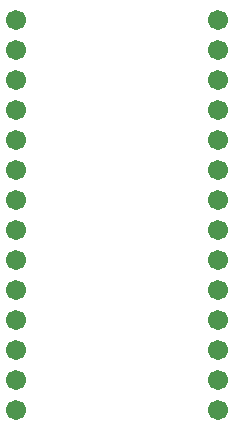
<source format=gts>
G04 #@! TF.GenerationSoftware,KiCad,Pcbnew,5.1.9-73d0e3b20d~88~ubuntu20.10.1*
G04 #@! TF.CreationDate,2021-03-16T14:13:42-04:00*
G04 #@! TF.ProjectId,Molex78805_PCB,4d6f6c65-7837-4383-9830-355f5043422e,002*
G04 #@! TF.SameCoordinates,Original*
G04 #@! TF.FileFunction,Soldermask,Top*
G04 #@! TF.FilePolarity,Negative*
%FSLAX46Y46*%
G04 Gerber Fmt 4.6, Leading zero omitted, Abs format (unit mm)*
G04 Created by KiCad (PCBNEW 5.1.9-73d0e3b20d~88~ubuntu20.10.1) date 2021-03-16 14:13:42*
%MOMM*%
%LPD*%
G01*
G04 APERTURE LIST*
%ADD10C,1.701800*%
G04 APERTURE END LIST*
D10*
X138663200Y-82677000D03*
X155773600Y-82677000D03*
X138663200Y-115697000D03*
X155773600Y-85217000D03*
X138663200Y-113157000D03*
X155773600Y-87757000D03*
X138663200Y-110617000D03*
X155773600Y-90297000D03*
X138663200Y-108077000D03*
X155773600Y-92837000D03*
X138663200Y-105537000D03*
X155773600Y-95377000D03*
X138663200Y-102997000D03*
X155773600Y-97917000D03*
X138663200Y-100457000D03*
X155773600Y-100457000D03*
X138663200Y-97917000D03*
X155773600Y-102997000D03*
X138663200Y-95377000D03*
X155773600Y-105537000D03*
X138663200Y-92837000D03*
X155773600Y-108077000D03*
X138663200Y-90297000D03*
X155773600Y-110617000D03*
X138663200Y-87757000D03*
X155773600Y-113157000D03*
X138663200Y-85217000D03*
X155773600Y-115697000D03*
M02*

</source>
